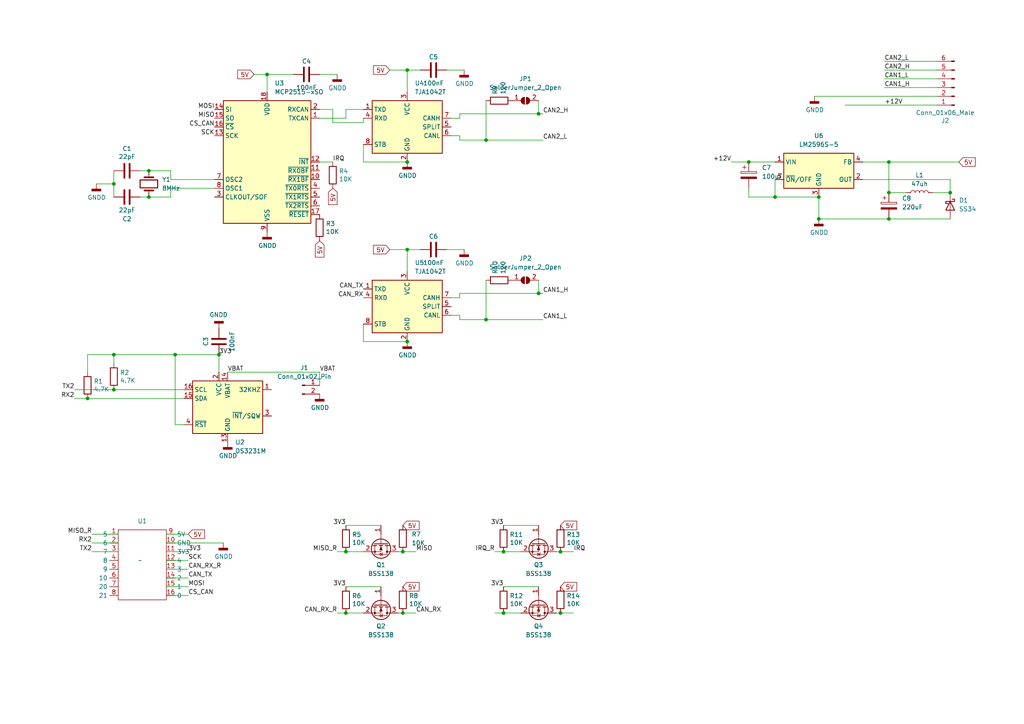
<source format=kicad_sch>
(kicad_sch (version 20230121) (generator eeschema)
  (paper "A4")
  (title_block (title "PSA CAN Bridge") (rev "1.4"))
  (lib_symbols
    (symbol "Connector:Conn_01x02_Pin" (pin_names (offset 1.016) hide)
      (property "Reference" "J" (at 0 2.54 0))
      (property "Value" "Conn_01x02_Pin" (at 0 -5.08 0))
      (symbol "Conn_01x02_Pin_1_1"
        (polyline (pts (xy 1.27 -2.54) (xy 0.8636 -2.54)) (stroke (width 0.1524)))
        (polyline (pts (xy 1.27 0) (xy 0.8636 0)) (stroke (width 0.1524)))
        (rectangle (start 0.8636 -2.413) (end 0 -2.667) (stroke (width 0.1524)) (fill (type outline)))
        (rectangle (start 0.8636 0.127) (end 0 -0.127) (stroke (width 0.1524)) (fill (type outline)))
        (pin passive line (at 5.08 0 180) (length 3.81) (name "Pin_1") (number "1"))
        (pin passive line (at 5.08 -2.54 180) (length 3.81) (name "Pin_2") (number "2"))
      )
    )
    (symbol "Device:C" (pin_numbers hide) (pin_names (offset 0.254))
      (property "Reference" "C" (at 0.635 2.54 0))
      (property "Value" "C" (at 0.635 -2.54 0))
      (symbol "C_0_1"
        (polyline (pts (xy -2.032 -0.762) (xy 2.032 -0.762)) (stroke (width 0.508)))
        (polyline (pts (xy -2.032 0.762) (xy 2.032 0.762)) (stroke (width 0.508)))
      )
      (symbol "C_1_1"
        (pin passive line (at 0 3.81 270) (length 2.794) (name "~") (number "1"))
        (pin passive line (at 0 -3.81 90) (length 2.794) (name "~") (number "2"))
      )
    )
    (symbol "Device:C_Polarized" (pin_numbers hide) (pin_names (offset 0.254))
      (property "Reference" "C" (at 0.635 2.54 0))
      (property "Value" "C_Polarized" (at 0.635 -2.54 0))
      (symbol "C_Polarized_0_1"
        (rectangle (start -2.286 0.508) (end 2.286 1.016))
        (polyline (pts (xy -1.778 2.286) (xy -0.762 2.286)))
        (polyline (pts (xy -1.27 2.794) (xy -1.27 1.778)))
        (rectangle (start 2.286 -0.508) (end -2.286 -1.016) (fill (type outline)))
      )
      (symbol "C_Polarized_1_1"
        (pin passive line (at 0 3.81 270) (length 2.794) (name "~") (number "1"))
        (pin passive line (at 0 -3.81 90) (length 2.794) (name "~") (number "2"))
      )
    )
    (symbol "Device:Crystal" (pin_numbers hide) (pin_names (offset 1.016) hide)
      (property "Reference" "Y" (at 0 3.81 0))
      (property "Value" "Crystal" (at 0 -3.81 0))
      (symbol "Crystal_0_1"
        (rectangle (start -1.143 2.54) (end 1.143 -2.54) (stroke (width 0.3048)))
        (polyline (pts (xy -2.54 0) (xy -1.905 0)))
        (polyline (pts (xy -1.905 -1.27) (xy -1.905 1.27)) (stroke (width 0.508)))
        (polyline (pts (xy 1.905 -1.27) (xy 1.905 1.27)) (stroke (width 0.508)))
        (polyline (pts (xy 2.54 0) (xy 1.905 0)))
      )
      (symbol "Crystal_1_1"
        (pin passive line (at -3.81 0 0) (length 1.27) (name "1") (number "1"))
        (pin passive line (at 3.81 0 180) (length 1.27) (name "2") (number "2"))
      )
    )
    (symbol "Device:L" (pin_numbers hide) (pin_names (offset 1.016) hide)
      (property "Reference" "L" (at -1.27 0 90))
      (property "Value" "L" (at 1.905 0 90))
      (symbol "L_0_1"
        (arc (start 0 -2.54) (mid 0.6323 -1.905) (end 0 -1.27))
        (arc (start 0 -1.27) (mid 0.6323 -0.635) (end 0 0))
        (arc (start 0 0) (mid 0.6323 0.635) (end 0 1.27))
        (arc (start 0 1.27) (mid 0.6323 1.905) (end 0 2.54))
      )
      (symbol "L_1_1"
        (pin passive line (at 0 3.81 270) (length 1.27) (name "1") (number "1"))
        (pin passive line (at 0 -3.81 90) (length 1.27) (name "2") (number "2"))
      )
    )
    (symbol "Device:R" (pin_numbers hide) (pin_names (offset 0))
      (property "Reference" "R" (at 2.032 0 90))
      (property "Value" "R" (at 0 0 90))
      (symbol "R_0_1"
        (rectangle (start -1.016 -2.54) (end 1.016 2.54) (stroke (width 0.254)))
      )
      (symbol "R_1_1"
        (pin passive line (at 0 3.81 270) (length 1.27) (name "~") (number "1"))
        (pin passive line (at 0 -3.81 90) (length 1.27) (name "~") (number "2"))
      )
    )
    (symbol "Diode:B140-E3" (pin_numbers hide) (pin_names hide)
      (property "Reference" "D" (at 0 2.54 0))
      (property "Value" "B140-E3" (at 0 -2.54 0))
      (symbol "B140-E3_0_1"
        (polyline (pts (xy 1.27 0) (xy -1.27 0)))
        (polyline (pts (xy 1.27 1.27) (xy 1.27 -1.27) (xy -1.27 0) (xy 1.27 1.27)) (stroke (width 0.254)))
        (polyline (pts (xy -1.905 0.635) (xy -1.905 1.27) (xy -1.27 1.27) (xy -1.27 -1.27) (xy -0.635 -1.27) (xy -0.635 -0.635)) (stroke (width 0.254)))
      )
      (symbol "B140-E3_1_1"
        (pin passive line (at -3.81 0 0) (length 2.54) (name "K") (number "1"))
        (pin passive line (at 3.81 0 180) (length 2.54) (name "A") (number "2"))
      )
    )
    (symbol "ESP32_c3_supermini_shield:ESP32_C3"
      (property "Reference" "U" (at 0 0 0))
      (symbol "ESP32_C3_0_1"
        (rectangle (start -6.35 8.89) (end 7.62 -11.43))
      )
      (symbol "ESP32_C3_1_1"
        (pin input line (at -6.35 7.62 180) (length 2.54) (name "5") (number "1"))
        (pin input line (at 7.62 5.08 0) (length 2.54) (name "GND") (number "10"))
        (pin input line (at 7.62 2.54 0) (length 2.54) (name "3V3") (number "11"))
        (pin input line (at 7.62 0 0) (length 2.54) (name "4") (number "12"))
        (pin input line (at 7.62 -2.54 0) (length 2.54) (name "3") (number "13"))
        (pin input line (at 7.62 -5.08 0) (length 2.54) (name "2") (number "14"))
        (pin input line (at 7.62 -7.62 0) (length 2.54) (name "1") (number "15"))
        (pin input line (at 7.62 -10.16 0) (length 2.54) (name "0") (number "16"))
        (pin input line (at -6.35 5.08 180) (length 2.54) (name "6") (number "2"))
        (pin input line (at -6.35 2.54 180) (length 2.54) (name "7") (number "3"))
        (pin input line (at -6.35 0 180) (length 2.54) (name "8") (number "4"))
        (pin input line (at -6.35 -2.54 180) (length 2.54) (name "9") (number "5"))
        (pin input line (at -6.35 -5.08 180) (length 2.54) (name "10") (number "6"))
        (pin input line (at -6.35 -7.62 180) (length 2.54) (name "20") (number "7"))
        (pin input line (at -6.35 -10.16 180) (length 2.54) (name "21") (number "8"))
        (pin input line (at 7.62 7.62 0) (length 2.54) (name "5V") (number "9"))
      )
    )
    (symbol "Interface_CAN_LIN:MCP2515-xSO"
      (property "Reference" "U" (at -10.16 19.685 0))
      (property "Value" "MCP2515-xSO" (at 19.05 20.32 0))
      (symbol "MCP2515-xSO_0_1"
        (rectangle (start -12.7 17.78) (end 12.7 -17.78) (stroke (width 0.254)) (fill (type background)))
      )
      (symbol "MCP2515-xSO_1_1"
        (pin output line (at 15.24 12.7 180) (length 2.54) (name "TXCAN") (number "1"))
        (pin output line (at 15.24 -5.08 180) (length 2.54) (name "~{RX1BF}") (number "10"))
        (pin output line (at 15.24 -2.54 180) (length 2.54) (name "~{RX0BF}") (number "11"))
        (pin output line (at 15.24 0 180) (length 2.54) (name "~{INT}") (number "12"))
        (pin input line (at -15.24 7.62 0) (length 2.54) (name "SCK") (number "13"))
        (pin input line (at -15.24 15.24 0) (length 2.54) (name "SI") (number "14"))
        (pin output line (at -15.24 12.7 0) (length 2.54) (name "SO") (number "15"))
        (pin input line (at -15.24 10.16 0) (length 2.54) (name "~{CS}") (number "16"))
        (pin input line (at 15.24 -15.24 180) (length 2.54) (name "~{RESET}") (number "17"))
        (pin power_in line (at 0 20.32 270) (length 2.54) (name "VDD") (number "18"))
        (pin input line (at 15.24 15.24 180) (length 2.54) (name "RXCAN") (number "2"))
        (pin output line (at -15.24 -10.16 0) (length 2.54) (name "CLKOUT/SOF") (number "3"))
        (pin input line (at 15.24 -7.62 180) (length 2.54) (name "~{TX0RTS}") (number "4"))
        (pin input line (at 15.24 -10.16 180) (length 2.54) (name "~{TX1RTS}") (number "5"))
        (pin input line (at 15.24 -12.7 180) (length 2.54) (name "~{TX2RTS}") (number "6"))
        (pin output line (at -15.24 -5.08 0) (length 2.54) (name "OSC2") (number "7"))
        (pin input line (at -15.24 -7.62 0) (length 2.54) (name "OSC1") (number "8"))
        (pin power_in line (at 0 -20.32 90) (length 2.54) (name "VSS") (number "9"))
      )
    )
    (symbol "Interface_CAN_LIN:TJA1042T"
      (property "Reference" "U" (at -10.16 8.89 0))
      (property "Value" "TJA1042T" (at 1.27 8.89 0))
      (symbol "TJA1042T_0_1"
        (rectangle (start -10.16 7.62) (end 10.16 -7.62) (stroke (width 0.254)) (fill (type background)))
      )
      (symbol "TJA1042T_1_1"
        (pin input line (at -12.7 5.08 0) (length 2.54) (name "TXD") (number "1"))
        (pin power_in line (at 0 -10.16 90) (length 2.54) (name "GND") (number "2"))
        (pin power_in line (at 0 10.16 270) (length 2.54) (name "VCC") (number "3"))
        (pin output line (at -12.7 2.54 0) (length 2.54) (name "RXD") (number "4"))
        (pin power_out line (at 12.7 0 180) (length 2.54) (name "SPLIT") (number "5"))
        (pin bidirectional line (at 12.7 -2.54 180) (length 2.54) (name "CANL") (number "6"))
        (pin bidirectional line (at 12.7 2.54 180) (length 2.54) (name "CANH") (number "7"))
        (pin input line (at -12.7 -5.08 0) (length 2.54) (name "STB") (number "8"))
      )
    )
    (symbol "Jumper:SolderJumper_2_Open" (pin_names (offset 0) hide)
      (property "Reference" "JP" (at 0 2.032 0))
      (property "Value" "SolderJumper_2_Open" (at 0 -2.54 0))
      (symbol "SolderJumper_2_Open_0_1"
        (arc (start -0.254 1.016) (mid -1.2656 0) (end -0.254 -1.016))
        (arc (start -0.254 1.016) (mid -1.2656 0) (end -0.254 -1.016) (fill (type outline)))
        (polyline (pts (xy -0.254 1.016) (xy -0.254 -1.016)))
        (polyline (pts (xy 0.254 1.016) (xy 0.254 -1.016)))
        (arc (start 0.254 -1.016) (mid 1.2656 0) (end 0.254 1.016))
        (arc (start 0.254 -1.016) (mid 1.2656 0) (end 0.254 1.016) (fill (type outline)))
      )
      (symbol "SolderJumper_2_Open_1_1"
        (pin passive line (at -3.81 0 0) (length 2.54) (name "A") (number "1"))
        (pin passive line (at 3.81 0 180) (length 2.54) (name "B") (number "2"))
      )
    )
    (symbol "PSACANBridgeHW_v11-rescue:Conn_01x06_Male-Connector" (pin_names (offset 1.016) hide)
      (property "Reference" "J" (at 0 7.62 0))
      (property "Value" "Connector_Conn_01x06_Male" (at 0 -10.16 0))
      (symbol "Conn_01x06_Male-Connector_1_1"
        (polyline (pts (xy 1.27 -7.62) (xy 0.8636 -7.62)) (stroke (width 0.1524)))
        (polyline (pts (xy 1.27 -5.08) (xy 0.8636 -5.08)) (stroke (width 0.1524)))
        (polyline (pts (xy 1.27 -2.54) (xy 0.8636 -2.54)) (stroke (width 0.1524)))
        (polyline (pts (xy 1.27 0) (xy 0.8636 0)) (stroke (width 0.1524)))
        (polyline (pts (xy 1.27 2.54) (xy 0.8636 2.54)) (stroke (width 0.1524)))
        (polyline (pts (xy 1.27 5.08) (xy 0.8636 5.08)) (stroke (width 0.1524)))
        (rectangle (start 0.8636 -7.493) (end 0 -7.747) (stroke (width 0.1524)) (fill (type outline)))
        (rectangle (start 0.8636 -4.953) (end 0 -5.207) (stroke (width 0.1524)) (fill (type outline)))
        (rectangle (start 0.8636 -2.413) (end 0 -2.667) (stroke (width 0.1524)) (fill (type outline)))
        (rectangle (start 0.8636 0.127) (end 0 -0.127) (stroke (width 0.1524)) (fill (type outline)))
        (rectangle (start 0.8636 2.667) (end 0 2.413) (stroke (width 0.1524)) (fill (type outline)))
        (rectangle (start 0.8636 5.207) (end 0 4.953) (stroke (width 0.1524)) (fill (type outline)))
        (pin passive line (at 5.08 5.08 180) (length 3.81) (name "Pin_1") (number "1"))
        (pin passive line (at 5.08 2.54 180) (length 3.81) (name "Pin_2") (number "2"))
        (pin passive line (at 5.08 0 180) (length 3.81) (name "Pin_3") (number "3"))
        (pin passive line (at 5.08 -2.54 180) (length 3.81) (name "Pin_4") (number "4"))
        (pin passive line (at 5.08 -5.08 180) (length 3.81) (name "Pin_5") (number "5"))
        (pin passive line (at 5.08 -7.62 180) (length 3.81) (name "Pin_6") (number "6"))
      )
    )
    (symbol "Regulator_Switching:LM2596S-5"
      (property "Reference" "U" (at -10.16 6.35 0))
      (property "Value" "LM2596S-5" (at 0 6.35 0))
      (symbol "LM2596S-5_0_1"
        (rectangle (start -10.16 5.08) (end 10.16 -5.08) (stroke (width 0.254)) (fill (type background)))
      )
      (symbol "LM2596S-5_1_1"
        (pin power_in line (at -12.7 2.54 0) (length 2.54) (name "VIN") (number "1"))
        (pin output line (at 12.7 -2.54 180) (length 2.54) (name "OUT") (number "2"))
        (pin power_in line (at 0 -7.62 90) (length 2.54) (name "GND") (number "3"))
        (pin input line (at 12.7 2.54 180) (length 2.54) (name "FB") (number "4"))
        (pin input line (at -12.7 -2.54 0) (length 2.54) (name "~{ON}/OFF") (number "5"))
      )
    )
    (symbol "Timer_RTC:DS3231M"
      (property "Reference" "U" (at -7.62 8.89 0))
      (property "Value" "DS3231M" (at 10.16 8.89 0))
      (symbol "DS3231M_0_1"
        (rectangle (start -10.16 7.62) (end 10.16 -7.62) (stroke (width 0.254)) (fill (type background)))
      )
      (symbol "DS3231M_1_1"
        (pin open_collector line (at 12.7 5.08 180) (length 2.54) (name "32KHZ") (number "1"))
        (pin passive line (at 0 -10.16 90) (length 2.54) hide (name "GND") (number "10"))
        (pin passive line (at 0 -10.16 90) (length 2.54) hide (name "GND") (number "11"))
        (pin passive line (at 0 -10.16 90) (length 2.54) hide (name "GND") (number "12"))
        (pin power_in line (at 0 -10.16 90) (length 2.54) (name "GND") (number "13"))
        (pin power_in line (at 0 10.16 270) (length 2.54) (name "VBAT") (number "14"))
        (pin bidirectional line (at -12.7 2.54 0) (length 2.54) (name "SDA") (number "15"))
        (pin input line (at -12.7 5.08 0) (length 2.54) (name "SCL") (number "16"))
        (pin power_in line (at -2.54 10.16 270) (length 2.54) (name "VCC") (number "2"))
        (pin open_collector line (at 12.7 -2.54 180) (length 2.54) (name "~{INT}/SQW") (number "3"))
        (pin bidirectional line (at -12.7 -5.08 0) (length 2.54) (name "~{RST}") (number "4"))
        (pin passive line (at 0 -10.16 90) (length 2.54) hide (name "GND") (number "5"))
        (pin passive line (at 0 -10.16 90) (length 2.54) hide (name "GND") (number "6"))
        (pin passive line (at 0 -10.16 90) (length 2.54) hide (name "GND") (number "7"))
        (pin passive line (at 0 -10.16 90) (length 2.54) hide (name "GND") (number "8"))
        (pin passive line (at 0 -10.16 90) (length 2.54) hide (name "GND") (number "9"))
      )
    )
    (symbol "Transistor_FET:BSS138" (pin_names hide)
      (property "Reference" "Q" (at 5.08 1.905 0))
      (property "Value" "BSS138" (at 5.08 0 0))
      (symbol "BSS138_0_1"
        (polyline (pts (xy 0.254 0) (xy -2.54 0)))
        (polyline (pts (xy 0.254 1.905) (xy 0.254 -1.905)) (stroke (width 0.254)))
        (polyline (pts (xy 0.762 -1.27) (xy 0.762 -2.286)) (stroke (width 0.254)))
        (polyline (pts (xy 0.762 0.508) (xy 0.762 -0.508)) (stroke (width 0.254)))
        (polyline (pts (xy 0.762 2.286) (xy 0.762 1.27)) (stroke (width 0.254)))
        (polyline (pts (xy 2.54 2.54) (xy 2.54 1.778)))
        (polyline (pts (xy 2.54 -2.54) (xy 2.54 0) (xy 0.762 0)))
        (polyline (pts (xy 0.762 -1.778) (xy 3.302 -1.778) (xy 3.302 1.778) (xy 0.762 1.778)))
        (polyline (pts (xy 1.016 0) (xy 2.032 0.381) (xy 2.032 -0.381) (xy 1.016 0)) (fill (type outline)))
        (polyline (pts (xy 2.794 0.508) (xy 2.921 0.381) (xy 3.683 0.381) (xy 3.81 0.254)))
        (polyline (pts (xy 3.302 0.381) (xy 2.921 -0.254) (xy 3.683 -0.254) (xy 3.302 0.381)))
        (circle (center 1.651 0) (radius 2.794) (stroke (width 0.254)))
        (circle (center 2.54 -1.778) (radius 0.254) (fill (type outline)))
        (circle (center 2.54 1.778) (radius 0.254) (fill (type outline)))
      )
      (symbol "BSS138_1_1"
        (pin input line (at -5.08 0 0) (length 2.54) (name "G") (number "1"))
        (pin passive line (at 2.54 -5.08 90) (length 2.54) (name "S") (number "2"))
        (pin passive line (at 2.54 5.08 270) (length 2.54) (name "D") (number "3"))
      )
    )
    (symbol "power:GNDD" (power) (pin_names (offset 0))
      (property "Value" "GNDD" (at 0 -3.175 0))
      (symbol "GNDD_0_1"
        (rectangle (start -1.27 -1.524) (end 1.27 -2.032) (stroke (width 0.254)) (fill (type outline)))
        (polyline (pts (xy 0 0) (xy 0 -1.524)))
      )
      (symbol "GNDD_1_1"
        (pin power_in line (at 0 0 270) (length 0) hide (name "GNDD") (number "1"))
      )
    )
  )
  (junction (at 237.49 63.5))
  (junction (at 43.18 49.53))
  (junction (at 140.97 92.71))
  (junction (at 100.33 160.02))
  (junction (at 257.81 63.5))
  (junction (at 156.21 33.02))
  (junction (at 118.11 72.39))
  (junction (at 118.11 46.99))
  (junction (at 217.17 46.99))
  (junction (at 116.84 160.02))
  (junction (at 140.97 40.64))
  (junction (at 77.47 21.59))
  (junction (at 118.11 99.06))
  (junction (at 43.18 57.15))
  (junction (at 50.8 102.87))
  (junction (at 156.21 85.09))
  (junction (at 116.84 177.8))
  (junction (at 146.05 177.8))
  (junction (at 257.81 46.99))
  (junction (at 275.59 55.88))
  (junction (at 118.11 20.32))
  (junction (at 146.05 160.02))
  (junction (at 100.33 177.8))
  (junction (at 63.5 102.87))
  (junction (at 33.02 102.87))
  (junction (at 224.79 57.15))
  (junction (at 162.56 177.8))
  (junction (at 33.02 53.34))
  (junction (at 237.49 57.15))
  (junction (at 162.56 160.02))
  (junction (at 33.02 113.03))
  (junction (at 25.4 115.57))
  (junction (at 257.81 55.88))
  (wire (pts (xy 25.4 102.87) (xy 33.02 102.87)))
  (wire (pts (xy 212.09 46.99) (xy 217.17 46.99)))
  (wire (pts (xy 77.47 21.59) (xy 85.09 21.59)))
  (wire (pts (xy 43.18 49.53) (xy 49.53 49.53)))
  (wire (pts (xy 40.64 57.15) (xy 43.18 57.15)))
  (wire (pts (xy 25.4 107.95) (xy 25.4 102.87)))
  (wire (pts (xy 48.26 157.48) (xy 64.77 157.48)))
  (wire (pts (xy 48.26 170.18) (xy 54.61 170.18)))
  (wire (pts (xy 96.52 31.75) (xy 96.52 35.56)))
  (wire (pts (xy 97.79 160.02) (xy 100.33 160.02)))
  (wire (pts (xy 224.79 52.07) (xy 224.79 57.15)))
  (wire (pts (xy 48.26 167.64) (xy 54.61 167.64)))
  (wire (pts (xy 130.81 86.36) (xy 133.35 86.36)))
  (wire (pts (xy 53.34 123.19) (xy 50.8 123.19)))
  (wire (pts (xy 92.71 21.59) (xy 97.79 21.59)))
  (wire (pts (xy 49.53 49.53) (xy 49.53 52.07)))
  (wire (pts (xy 250.19 52.07) (xy 275.59 52.07)))
  (wire (pts (xy 40.64 49.53) (xy 43.18 49.53)))
  (wire (pts (xy 130.81 34.29) (xy 133.35 34.29)))
  (wire (pts (xy 100.33 170.18) (xy 110.49 170.18)))
  (wire (pts (xy 140.97 81.28) (xy 140.97 92.71)))
  (wire (pts (xy 140.97 29.21) (xy 140.97 40.64)))
  (wire (pts (xy 26.67 154.94) (xy 34.29 154.94)))
  (wire (pts (xy 92.71 111.76) (xy 92.71 107.95)))
  (wire (pts (xy 33.02 102.87) (xy 33.02 105.41)))
  (wire (pts (xy 115.57 177.8) (xy 116.84 177.8)))
  (wire (pts (xy 49.53 54.61) (xy 49.53 57.15)))
  (wire (pts (xy 118.11 20.32) (xy 121.92 20.32)))
  (wire (pts (xy 21.59 115.57) (xy 25.4 115.57)))
  (wire (pts (xy 50.8 123.19) (xy 50.8 102.87)))
  (wire (pts (xy 130.81 91.44) (xy 133.35 91.44)))
  (wire (pts (xy 224.79 57.15) (xy 217.17 57.15)))
  (wire (pts (xy 151.13 177.8) (xy 146.05 177.8)))
  (wire (pts (xy 92.71 46.99) (xy 96.52 46.99)))
  (wire (pts (xy 140.97 92.71) (xy 157.48 92.71)))
  (wire (pts (xy 133.35 92.71) (xy 140.97 92.71)))
  (wire (pts (xy 100.33 152.4) (xy 110.49 152.4)))
  (wire (pts (xy 270.51 55.88) (xy 275.59 55.88)))
  (wire (pts (xy 256.54 25.4) (xy 271.78 25.4)))
  (wire (pts (xy 146.05 152.4) (xy 156.21 152.4)))
  (wire (pts (xy 100.33 34.29) (xy 100.33 31.75)))
  (wire (pts (xy 33.02 53.34) (xy 33.02 57.15)))
  (wire (pts (xy 27.94 53.34) (xy 33.02 53.34)))
  (wire (pts (xy 105.41 177.8) (xy 100.33 177.8)))
  (wire (pts (xy 217.17 46.99) (xy 224.79 46.99)))
  (wire (pts (xy 133.35 39.37) (xy 133.35 40.64)))
  (wire (pts (xy 113.03 72.39) (xy 118.11 72.39)))
  (wire (pts (xy 49.53 52.07) (xy 62.23 52.07)))
  (wire (pts (xy 133.35 85.09) (xy 156.21 85.09)))
  (wire (pts (xy 140.97 40.64) (xy 157.48 40.64)))
  (wire (pts (xy 256.54 20.32) (xy 271.78 20.32)))
  (wire (pts (xy 48.26 172.72) (xy 54.61 172.72)))
  (wire (pts (xy 161.29 160.02) (xy 162.56 160.02)))
  (wire (pts (xy 133.35 34.29) (xy 133.35 33.02)))
  (wire (pts (xy 100.33 31.75) (xy 105.41 31.75)))
  (wire (pts (xy 143.51 160.02) (xy 146.05 160.02)))
  (wire (pts (xy 129.54 72.39) (xy 134.62 72.39)))
  (wire (pts (xy 156.21 29.21) (xy 156.21 33.02)))
  (wire (pts (xy 156.21 85.09) (xy 157.48 85.09)))
  (wire (pts (xy 105.41 99.06) (xy 105.41 93.98)))
  (wire (pts (xy 97.79 177.8) (xy 100.33 177.8)))
  (wire (pts (xy 77.47 21.59) (xy 77.47 26.67)))
  (wire (pts (xy 257.81 55.88) (xy 262.89 55.88)))
  (wire (pts (xy 250.19 46.99) (xy 257.81 46.99)))
  (wire (pts (xy 115.57 160.02) (xy 116.84 160.02)))
  (wire (pts (xy 73.66 21.59) (xy 77.47 21.59)))
  (wire (pts (xy 48.26 165.1) (xy 54.61 165.1)))
  (wire (pts (xy 116.84 160.02) (xy 120.65 160.02)))
  (wire (pts (xy 105.41 46.99) (xy 105.41 41.91)))
  (wire (pts (xy 156.21 81.28) (xy 156.21 85.09)))
  (wire (pts (xy 92.71 31.75) (xy 96.52 31.75)))
  (wire (pts (xy 146.05 170.18) (xy 156.21 170.18)))
  (wire (pts (xy 162.56 177.8) (xy 166.37 177.8)))
  (wire (pts (xy 257.81 63.5) (xy 275.59 63.5)))
  (wire (pts (xy 118.11 99.06) (xy 105.41 99.06)))
  (wire (pts (xy 237.49 57.15) (xy 224.79 57.15)))
  (wire (pts (xy 217.17 57.15) (xy 217.17 54.61)))
  (wire (pts (xy 133.35 91.44) (xy 133.35 92.71)))
  (wire (pts (xy 257.81 46.99) (xy 278.13 46.99)))
  (wire (pts (xy 21.59 113.03) (xy 33.02 113.03)))
  (wire (pts (xy 130.81 39.37) (xy 133.35 39.37)))
  (wire (pts (xy 48.26 154.94) (xy 54.61 154.94)))
  (wire (pts (xy 116.84 177.8) (xy 120.65 177.8)))
  (wire (pts (xy 133.35 40.64) (xy 140.97 40.64)))
  (wire (pts (xy 256.54 22.86) (xy 271.78 22.86)))
  (wire (pts (xy 257.81 55.88) (xy 257.81 46.99)))
  (wire (pts (xy 161.29 177.8) (xy 162.56 177.8)))
  (wire (pts (xy 162.56 160.02) (xy 166.37 160.02)))
  (wire (pts (xy 25.4 115.57) (xy 53.34 115.57)))
  (wire (pts (xy 105.41 35.56) (xy 105.41 34.29)))
  (wire (pts (xy 63.5 102.87) (xy 63.5 107.95)))
  (wire (pts (xy 105.41 160.02) (xy 100.33 160.02)))
  (wire (pts (xy 33.02 113.03) (xy 53.34 113.03)))
  (wire (pts (xy 33.02 49.53) (xy 33.02 53.34)))
  (wire (pts (xy 26.67 160.02) (xy 34.29 160.02)))
  (wire (pts (xy 237.49 63.5) (xy 257.81 63.5)))
  (wire (pts (xy 118.11 20.32) (xy 118.11 26.67)))
  (wire (pts (xy 245.11 30.48) (xy 271.78 30.48)))
  (wire (pts (xy 50.8 102.87) (xy 63.5 102.87)))
  (wire (pts (xy 129.54 20.32) (xy 134.62 20.32)))
  (wire (pts (xy 133.35 33.02) (xy 156.21 33.02)))
  (wire (pts (xy 118.11 72.39) (xy 121.92 72.39)))
  (wire (pts (xy 236.22 27.94) (xy 271.78 27.94)))
  (wire (pts (xy 237.49 57.15) (xy 237.49 63.5)))
  (wire (pts (xy 275.59 52.07) (xy 275.59 55.88)))
  (wire (pts (xy 43.18 57.15) (xy 49.53 57.15)))
  (wire (pts (xy 48.26 160.02) (xy 54.61 160.02)))
  (wire (pts (xy 49.53 54.61) (xy 62.23 54.61)))
  (wire (pts (xy 92.71 107.95) (xy 66.04 107.95)))
  (wire (pts (xy 156.21 33.02) (xy 157.48 33.02)))
  (wire (pts (xy 151.13 160.02) (xy 146.05 160.02)))
  (wire (pts (xy 26.67 157.48) (xy 34.29 157.48)))
  (wire (pts (xy 256.54 17.78) (xy 271.78 17.78)))
  (wire (pts (xy 33.02 102.87) (xy 50.8 102.87)))
  (wire (pts (xy 118.11 46.99) (xy 105.41 46.99)))
  (wire (pts (xy 113.03 20.32) (xy 118.11 20.32)))
  (wire (pts (xy 133.35 86.36) (xy 133.35 85.09)))
  (wire (pts (xy 48.26 162.56) (xy 54.61 162.56)))
  (wire (pts (xy 143.51 177.8) (xy 146.05 177.8)))
  (wire (pts (xy 92.71 34.29) (xy 100.33 34.29)))
  (wire (pts (xy 96.52 35.56) (xy 105.41 35.56)))
  (wire (pts (xy 118.11 72.39) (xy 118.11 78.74)))
  (label "CAN_RX" (at 120.65 177.8 0))
  (label "3V3" (at 146.05 170.18 180))
  (label "MOSI" (at 54.61 170.18 0))
  (label "MISO_R" (at 26.67 154.94 180))
  (label "3V3" (at 146.05 152.4 180))
  (label "CAN_RX_R" (at 97.79 177.8 180))
  (label "CS_CAN" (at 54.61 172.72 0))
  (label "3V3" (at 100.33 170.18 180))
  (label "CAN2_L" (at 157.48 40.64 0))
  (label "MISO_R" (at 97.79 160.02 180))
  (label "3V3" (at 100.33 152.4 180))
  (label "TX2" (at 21.59 113.03 180))
  (label "MOSI" (at 62.23 31.75 180))
  (label "CAN1_L" (at 157.48 92.71 0))
  (label "RX2" (at 21.59 115.57 180))
  (label "CAN2_H" (at 157.48 33.02 0))
  (label "CAN2_H" (at 256.54 20.32 0))
  (label "IRQ" (at 166.37 160.02 0))
  (label "CAN2_L" (at 256.54 17.78 0))
  (label "3V3" (at 63.5 102.87 0))
  (label "+12V" (at 212.09 46.99 180))
  (label "CAN_RX" (at 105.41 86.36 180))
  (label "RX2" (at 26.67 157.48 180))
  (label "CAN1_L" (at 256.54 22.86 0))
  (label "CS_CAN" (at 62.23 36.83 180))
  (label "IRQ" (at 96.52 46.99 0))
  (label "3V3" (at 54.61 160.02 0))
  (label "CAN_RX_R" (at 54.61 165.1 0))
  (label "VBAT" (at 66.04 107.95 0))
  (label "MISO" (at 62.23 34.29 180))
  (label "MISO" (at 120.65 160.02 0))
  (label "IRQ_R" (at 143.51 160.02 180))
  (label "CAN1_H" (at 256.54 25.4 0))
  (label "TX2" (at 26.67 160.02 180))
  (label "SCK" (at 54.61 162.56 0))
  (label "CAN1_H" (at 157.48 85.09 0))
  (label "CAN_TX" (at 54.61 167.64 0))
  (label "+12V" (at 256.54 30.48 0))
  (label "CAN_TX" (at 105.41 83.82 180))
  (label "SCK" (at 62.23 39.37 180))
  (label "VBAT" (at 92.71 107.95 0))
  (global_label "5V" (shape input) (at 73.66 21.59 180) (property "Intersheetrefs" "${INTERSHEET_REFS}" (effects hide)))
  (global_label "5V" (shape input) (at 116.84 170.18 0) (property "Intersheetrefs" "${INTERSHEET_REFS}" (effects hide)))
  (global_label "5V" (shape input) (at 113.03 72.39 180) (property "Intersheetrefs" "${INTERSHEET_REFS}" (effects hide)))
  (global_label "5V" (shape input) (at 162.56 152.4 0) (property "Intersheetrefs" "${INTERSHEET_REFS}" (effects hide)))
  (global_label "5V" (shape input) (at 92.71 69.85 270) (property "Intersheetrefs" "${INTERSHEET_REFS}" (effects hide)))
  (global_label "5V" (shape input) (at 54.61 154.94 0) (property "Intersheetrefs" "${INTERSHEET_REFS}" (effects hide)))
  (global_label "5V" (shape input) (at 113.03 20.32 180) (property "Intersheetrefs" "${INTERSHEET_REFS}" (effects hide)))
  (global_label "5V" (shape input) (at 96.52 54.61 270) (property "Intersheetrefs" "${INTERSHEET_REFS}" (effects hide)))
  (global_label "5V" (shape input) (at 278.13 46.99 0) (property "Intersheetrefs" "${INTERSHEET_REFS}" (effects hide)))
  (global_label "5V" (shape input) (at 116.84 152.4 0) (property "Intersheetrefs" "${INTERSHEET_REFS}" (effects hide)))
  (global_label "5V" (shape input) (at 162.56 170.18 0) (property "Intersheetrefs" "${INTERSHEET_REFS}" (effects hide)))
  (symbol (lib_id "Device:C") (at 36.83 49.53 270) (unit 1)
    (property "Reference" "C1" (at 36.83 43.1292 90))
    (property "Value" "22pF" (at 36.83 45.4406 90))
    (property "Footprint" "Capacitor_SMD:C_0603_1608Metric_Pad1.08x0.95mm_HandSolder" (effects hide))
    (property "LCSC" "C1653" (effects hide))
  )
  (symbol (lib_id "Device:C") (at 36.83 57.15 270) (unit 1)
    (property "Reference" "C2" (at 36.83 63.5 90))
    (property "Value" "22pF" (at 36.83 60.96 90))
    (property "Footprint" "Capacitor_SMD:C_0603_1608Metric_Pad1.08x0.95mm_HandSolder" (effects hide))
    (property "LCSC" "C1653" (effects hide))
  )
  (symbol (lib_id "power:GNDD") (at 27.94 53.34 0) (unit 1)
    (property "Reference" "#PWR01" (effects hide))
    (property "Value" "GNDD" (at 28.0416 57.277 0))
  )
  (symbol (lib_id "power:GNDD") (at 77.47 67.31 0) (unit 1)
    (property "Reference" "#PWR05" (effects hide))
    (property "Value" "GNDD" (at 77.5716 71.247 0))
  )
  (symbol (lib_id "PSACANBridgeHW_v11-rescue:Conn_01x06_Male-Connector") (at 276.86 25.4 180) (unit 1)
    (property "Reference" "J2" (at 274.1676 35.0012 0))
    (property "Value" "Conn_01x06_Male" (at 274.1676 32.6898 0))
    (property "Footprint" "Connector_JST:JST_EH_S6B-EH_1x06_P2.50mm_Horizontal" (effects hide))
  )
  (symbol (lib_id "power:GNDD") (at 118.11 99.06 0) (unit 1)
    (property "Reference" "#PWR09" (effects hide))
    (property "Value" "GNDD" (at 118.2116 102.997 0))
  )
  (symbol (lib_id "power:GNDD") (at 236.22 27.94 0) (unit 1)
    (property "Reference" "#PWR012" (effects hide))
    (property "Value" "GNDD" (at 236.3216 31.877 0))
  )
  (symbol (lib_id "Device:R") (at 144.78 81.28 90) (unit 1)
    (property "Reference" "R10" (at 143.6116 79.502 0) (effects (justify left)))
    (property "Value" "120" (at 145.923 79.502 0) (effects (justify left)))
    (property "Footprint" "Resistor_SMD:R_0603_1608Metric_Pad0.98x0.95mm_HandSolder" (effects hide))
  )
  (symbol (lib_id "Device:C") (at 125.73 72.39 270) (unit 1)
    (property "Reference" "C6" (at 125.73 68.58 90))
    (property "Value" "100nF" (at 125.73 76.2 90))
    (property "Footprint" "Capacitor_SMD:C_0603_1608Metric_Pad1.08x0.95mm_HandSolder" (effects hide))
    (property "LCSC" "C14663" (effects hide))
  )
  (symbol (lib_id "power:GNDD") (at 134.62 72.39 0) (unit 1)
    (property "Reference" "#PWR011" (effects hide))
    (property "Value" "GNDD" (at 134.7216 76.327 0))
  )
  (symbol (lib_id "Device:R") (at 146.05 156.21 0) (unit 1)
    (property "Reference" "R11" (at 147.828 155.0416 0) (effects (justify left)))
    (property "Value" "10K" (at 147.828 157.353 0) (effects (justify left)))
    (property "Footprint" "Resistor_SMD:R_0603_1608Metric_Pad0.98x0.95mm_HandSolder" (effects hide))
    (property "LCSC" "C25804" (effects hide))
  )
  (symbol (lib_id "Device:R") (at 162.56 156.21 0) (unit 1)
    (property "Reference" "R13" (at 164.338 155.0416 0) (effects (justify left)))
    (property "Value" "10K" (at 164.338 157.353 0) (effects (justify left)))
    (property "Footprint" "Resistor_SMD:R_0603_1608Metric_Pad0.98x0.95mm_HandSolder" (effects hide))
    (property "LCSC" "C25804" (effects hide))
  )
  (symbol (lib_id "Device:R") (at 146.05 173.99 0) (unit 1)
    (property "Reference" "R12" (at 147.828 172.8216 0) (effects (justify left)))
    (property "Value" "10K" (at 147.828 175.133 0) (effects (justify left)))
    (property "Footprint" "Resistor_SMD:R_0603_1608Metric_Pad0.98x0.95mm_HandSolder" (effects hide))
    (property "LCSC" "C25804" (effects hide))
  )
  (symbol (lib_id "Device:R") (at 162.56 173.99 0) (unit 1)
    (property "Reference" "R14" (at 164.338 172.8216 0) (effects (justify left)))
    (property "Value" "10K" (at 164.338 175.133 0) (effects (justify left)))
    (property "Footprint" "Resistor_SMD:R_0603_1608Metric_Pad0.98x0.95mm_HandSolder" (effects hide))
    (property "LCSC" "C25804" (effects hide))
  )
  (symbol (lib_id "Device:R") (at 100.33 156.21 0) (unit 1)
    (property "Reference" "R5" (at 102.108 155.0416 0) (effects (justify left)))
    (property "Value" "10K" (at 102.108 157.353 0) (effects (justify left)))
    (property "Footprint" "Resistor_SMD:R_0603_1608Metric_Pad0.98x0.95mm_HandSolder" (effects hide))
    (property "LCSC" "C25804" (effects hide))
  )
  (symbol (lib_id "Device:R") (at 100.33 173.99 0) (unit 1)
    (property "Reference" "R6" (at 102.108 172.8216 0) (effects (justify left)))
    (property "Value" "10K" (at 102.108 175.133 0) (effects (justify left)))
    (property "Footprint" "Resistor_SMD:R_0603_1608Metric_Pad0.98x0.95mm_HandSolder" (effects hide))
    (property "LCSC" "C25804" (effects hide))
  )
  (symbol (lib_id "Device:R") (at 116.84 173.99 0) (unit 1)
    (property "Reference" "R8" (at 118.618 172.8216 0) (effects (justify left)))
    (property "Value" "10K" (at 118.618 175.133 0) (effects (justify left)))
    (property "Footprint" "Resistor_SMD:R_0603_1608Metric_Pad0.98x0.95mm_HandSolder" (effects hide))
    (property "LCSC" "C25804" (effects hide))
  )
  (symbol (lib_id "Device:C") (at 88.9 21.59 270) (unit 1)
    (property "Reference" "C4" (at 88.9 17.78 90))
    (property "Value" "100nF" (at 88.9 25.4 90))
    (property "Footprint" "Capacitor_SMD:C_0603_1608Metric_Pad1.08x0.95mm_HandSolder" (effects hide))
    (property "LCSC" "C14663" (effects hide))
  )
  (symbol (lib_id "power:GNDD") (at 97.79 21.59 0) (unit 1)
    (property "Reference" "#PWR07" (effects hide))
    (property "Value" "GNDD" (at 97.8916 25.527 0))
  )
  (symbol (lib_id "Device:R") (at 92.71 66.04 0) (unit 1)
    (property "Reference" "R3" (at 94.488 64.8716 0) (effects (justify left)))
    (property "Value" "10K" (at 94.488 67.183 0) (effects (justify left)))
    (property "Footprint" "Resistor_SMD:R_0603_1608Metric_Pad0.98x0.95mm_HandSolder" (effects hide))
    (property "LCSC" "C25804" (effects hide))
  )
  (symbol (lib_id "Device:R") (at 96.52 50.8 0) (unit 1)
    (property "Reference" "R4" (at 98.298 49.6316 0) (effects (justify left)))
    (property "Value" "10K" (at 98.298 51.943 0) (effects (justify left)))
    (property "Footprint" "Resistor_SMD:R_0603_1608Metric_Pad0.98x0.95mm_HandSolder" (effects hide))
    (property "LCSC" "C25804" (effects hide))
  )
  (symbol (lib_id "Regulator_Switching:LM2596S-5") (at 237.49 49.53 0) (unit 1)
    (property "Reference" "U6" (at 237.49 39.37 0))
    (property "Value" "LM2596S-5" (at 237.49 41.91 0))
    (property "Footprint" "Package_TO_SOT_SMD:TO-263-5_TabPin3" (effects hide))
    (property "Datasheet" "http://www.ti.com/lit/ds/symlink/lm2596.pdf" (effects hide))
    (property "LCSC" "C347421" (effects hide))
    (property "JLCPCB Rotation Offset" "180" (effects hide))
  )
  (symbol (lib_id "Timer_RTC:DS3231M") (at 66.04 118.11 0) (unit 1)
    (property "Reference" "U2" (at 68.2341 128.27 0) (effects (justify left)))
    (property "Value" "DS3231M" (at 68.2341 130.81 0) (effects (justify left)))
    (property "Footprint" "Package_SO:SOIC-16W_7.5x10.3mm_P1.27mm" (effects hide))
    (property "Datasheet" "http://datasheets.maximintegrated.com/en/ds/DS3231.pdf" (effects hide))
    (property "JLCPCB Rotation Offset" "-90" (effects hide))
  )
  (symbol (lib_id "Transistor_FET:BSS138") (at 110.49 175.26 270) (unit 1)
    (property "Reference" "Q2" (at 110.49 181.61 90))
    (property "Value" "BSS138" (at 110.49 184.15 90))
    (property "Footprint" "Package_TO_SOT_SMD:SOT-23" (effects hide))
    (property "Datasheet" "https://www.onsemi.com/pub/Collateral/BSS138-D.PDF" (effects hide))
    (property "LCSC" "C112239" (effects hide))
    (property "JLCPCB Rotation Offset" "180" (effects hide))
  )
  (symbol (lib_id "Transistor_FET:BSS138") (at 156.21 175.26 270) (unit 1)
    (property "Reference" "Q4" (at 156.21 181.61 90))
    (property "Value" "BSS138" (at 156.21 184.15 90))
    (property "Footprint" "Package_TO_SOT_SMD:SOT-23" (effects hide))
    (property "Datasheet" "https://www.onsemi.com/pub/Collateral/BSS138-D.PDF" (effects hide))
    (property "LCSC" "C112239" (effects hide))
    (property "JLCPCB Rotation Offset" "180" (effects hide))
  )
  (symbol (lib_id "power:GNDD") (at 63.5 95.25 180) (unit 1)
    (property "Reference" "#PWR02" (effects hide))
    (property "Value" "GNDD" (at 63.3984 91.313 0))
  )
  (symbol (lib_id "Device:C") (at 63.5 99.06 0) (unit 1)
    (property "Reference" "C3" (at 59.69 99.06 90))
    (property "Value" "100nF" (at 67.31 99.06 90))
    (property "Footprint" "Capacitor_SMD:C_0603_1608Metric_Pad1.08x0.95mm_HandSolder" (effects hide))
    (property "LCSC" "C14663" (effects hide))
  )
  (symbol (lib_id "Device:C_Polarized") (at 257.81 59.69 0) (unit 1)
    (property "Reference" "C8" (at 261.62 57.531 0) (effects (justify left)))
    (property "Value" "220uF" (at 261.62 60.071 0) (effects (justify left)))
    (property "Footprint" "Capacitor_THT:CP_Radial_D6.3mm_P2.50mm" (effects hide))
  )
  (symbol (lib_id "Interface_CAN_LIN:TJA1042T") (at 118.11 36.83 0) (unit 1)
    (property "Reference" "U4" (at 120.3041 24.13 0) (effects (justify left)))
    (property "Value" "TJA1042T" (at 120.3041 26.67 0) (effects (justify left)))
    (property "Footprint" "Package_SO:SOIC-8_3.9x4.9mm_P1.27mm" (effects hide))
    (property "Datasheet" "http://www.nxp.com/docs/en/data-sheet/TJA1042.pdf" (effects hide))
    (property "LCSC" "C6952" (effects hide))
    (property "Note" "LCSC: TJA1050T" (effects hide))
    (property "JLCPCB Rotation Offset" "-90" (effects hide))
  )
  (symbol (lib_id "Interface_CAN_LIN:TJA1042T") (at 118.11 88.9 0) (unit 1)
    (property "Reference" "U5" (at 120.3041 76.2 0) (effects (justify left)))
    (property "Value" "TJA1042T" (at 120.3041 78.74 0) (effects (justify left)))
    (property "Footprint" "Package_SO:SOIC-8_3.9x4.9mm_P1.27mm" (effects hide))
    (property "Datasheet" "http://www.nxp.com/docs/en/data-sheet/TJA1042.pdf" (effects hide))
    (property "LCSC" "C6952" (effects hide))
    (property "Note" "LCSC: TJA1050T" (effects hide))
    (property "JLCPCB Rotation Offset" "-90" (effects hide))
  )
  (symbol (lib_id "power:GNDD") (at 237.49 63.5 0) (unit 1)
    (property "Reference" "#PWR013" (effects hide))
    (property "Value" "GNDD" (at 237.5916 67.437 0))
  )
  (symbol (lib_id "Connector:Conn_01x02_Pin") (at 87.63 111.76 0) (unit 1)
    (property "Reference" "J1" (at 88.265 106.68 0))
    (property "Value" "Conn_01x02_Pin" (at 88.265 109.22 0))
    (property "Footprint" "DS3231_BatteryHolder:DS3231_BatteryHolder" (effects hide))
  )
  (symbol (lib_id "Device:R") (at 144.78 29.21 90) (unit 1)
    (property "Reference" "R9" (at 143.6116 27.432 0) (effects (justify left)))
    (property "Value" "120" (at 145.923 27.432 0) (effects (justify left)))
    (property "Footprint" "Resistor_SMD:R_0603_1608Metric_Pad0.98x0.95mm_HandSolder" (effects hide))
  )
  (symbol (lib_id "Device:C") (at 125.73 20.32 270) (unit 1)
    (property "Reference" "C5" (at 125.73 16.51 90))
    (property "Value" "100nF" (at 125.73 24.13 90))
    (property "Footprint" "Capacitor_SMD:C_0603_1608Metric_Pad1.08x0.95mm_HandSolder" (effects hide))
    (property "LCSC" "C14663" (effects hide))
  )
  (symbol (lib_id "power:GNDD") (at 118.11 46.99 0) (unit 1)
    (property "Reference" "#PWR08" (effects hide))
    (property "Value" "GNDD" (at 118.2116 50.927 0))
  )
  (symbol (lib_id "power:GNDD") (at 92.71 114.3 0) (unit 1)
    (property "Reference" "#PWR06" (effects hide))
    (property "Value" "GNDD" (at 92.8116 118.237 0))
  )
  (symbol (lib_id "Transistor_FET:BSS138") (at 110.49 157.48 270) (unit 1)
    (property "Reference" "Q1" (at 110.49 163.83 90))
    (property "Value" "BSS138" (at 110.49 166.37 90))
    (property "Footprint" "Package_TO_SOT_SMD:SOT-23" (effects hide))
    (property "Datasheet" "https://www.onsemi.com/pub/Collateral/BSS138-D.PDF" (effects hide))
    (property "LCSC" "C112239" (effects hide))
    (property "JLCPCB Rotation Offset" "180" (effects hide))
  )
  (symbol (lib_id "Device:R") (at 33.02 109.22 0) (unit 1)
    (property "Reference" "R2" (at 34.798 108.0516 0) (effects (justify left)))
    (property "Value" "4.7K" (at 34.798 110.363 0) (effects (justify left)))
    (property "Footprint" "Resistor_SMD:R_0603_1608Metric_Pad0.98x0.95mm_HandSolder" (effects hide))
    (property "LCSC" "C25999" (effects hide))
  )
  (symbol (lib_id "Transistor_FET:BSS138") (at 156.21 157.48 270) (unit 1)
    (property "Reference" "Q3" (at 156.21 163.83 90))
    (property "Value" "BSS138" (at 156.21 166.37 90))
    (property "Footprint" "Package_TO_SOT_SMD:SOT-23" (effects hide))
    (property "Datasheet" "https://www.onsemi.com/pub/Collateral/BSS138-D.PDF" (effects hide))
    (property "LCSC" "C112239" (effects hide))
    (property "JLCPCB Rotation Offset" "180" (effects hide))
  )
  (symbol (lib_id "Device:R") (at 25.4 111.76 0) (unit 1)
    (property "Reference" "R1" (at 27.178 110.5916 0) (effects (justify left)))
    (property "Value" "4.7K" (at 27.178 112.903 0) (effects (justify left)))
    (property "Footprint" "Resistor_SMD:R_0603_1608Metric_Pad0.98x0.95mm_HandSolder" (effects hide))
    (property "LCSC" "C25999" (effects hide))
  )
  (symbol (lib_id "Device:R") (at 116.84 156.21 0) (unit 1)
    (property "Reference" "R7" (at 119.38 154.94 0) (effects (justify left)))
    (property "Value" "10K" (at 119.38 157.48 0) (effects (justify left)))
    (property "Footprint" "Resistor_SMD:R_0603_1608Metric_Pad0.98x0.95mm_HandSolder" (effects hide))
    (property "LCSC" "C25804" (effects hide))
  )
  (symbol (lib_id "Jumper:SolderJumper_2_Open") (at 152.4 81.28 0) (unit 1)
    (property "Reference" "JP2" (at 152.4 74.93 0))
    (property "Value" "SolderJumper_2_Open" (at 152.4 77.47 0))
    (property "Footprint" "Jumper:SolderJumper-2_P1.3mm_Open_Pad1.0x1.5mm" (effects hide))
    (property "Comment" "For TJA1042 compatibility" (effects hide))
  )
  (symbol (lib_id "Device:L") (at 266.7 55.88 90) (unit 1)
    (property "Reference" "L1" (at 266.7 50.8 90))
    (property "Value" "47uh" (at 266.7 53.34 90))
    (property "Footprint" "Inductor_SMD:L_12x12mm_H8mm" (effects hide))
    (property "LCSC" "C167265" (effects hide))
    (property "Type" "CDRH127NP-470MC" (effects hide))
  )
  (symbol (lib_id "power:GNDD") (at 66.04 128.27 0) (unit 1)
    (property "Reference" "#PWR04" (effects hide))
    (property "Value" "GNDD" (at 66.1416 132.207 0))
  )
  (symbol (lib_id "Device:C_Polarized") (at 217.17 50.8 0) (unit 1)
    (property "Reference" "C7" (at 220.98 48.641 0) (effects (justify left)))
    (property "Value" "100uF" (at 220.98 51.181 0) (effects (justify left)))
    (property "Footprint" "Capacitor_THT:CP_Radial_D6.3mm_P2.50mm" (effects hide))
  )
  (symbol (lib_id "power:GNDD") (at 64.77 157.48 0) (unit 1)
    (property "Reference" "#PWR03" (effects hide))
    (property "Value" "GNDD" (at 64.8716 161.417 0))
  )
  (symbol (lib_id "Jumper:SolderJumper_2_Open") (at 152.4 29.21 0) (unit 1)
    (property "Reference" "JP1" (at 152.4 22.86 0))
    (property "Value" "SolderJumper_2_Open" (at 152.4 25.4 0))
    (property "Footprint" "Jumper:SolderJumper-2_P1.3mm_Open_Pad1.0x1.5mm" (effects hide))
    (property "Comment" "For TJA1042 compatibility" (effects hide))
  )
  (symbol (lib_id "power:GNDD") (at 134.62 20.32 0) (unit 1)
    (property "Reference" "#PWR010" (effects hide))
    (property "Value" "GNDD" (at 134.7216 24.257 0))
  )
  (symbol (lib_id "Interface_CAN_LIN:MCP2515-xSO") (at 77.47 46.99 0) (unit 1)
    (property "Reference" "U3" (at 79.6641 24.13 0) (effects (justify left)))
    (property "Value" "MCP2515-xSO" (at 79.6641 26.67 0) (effects (justify left)))
    (property "Footprint" "Package_SO:SOIC-18W_7.5x11.6mm_P1.27mm" (effects hide))
    (property "Datasheet" "http://ww1.microchip.com/downloads/en/DeviceDoc/21801e.pdf" (effects hide))
    (property "LCSC" "C12368" (effects hide))
    (property "JLCPCB Rotation Offset" "-90" (effects hide))
  )
  (symbol (lib_id "Diode:B140-E3") (at 275.59 59.69 270) (unit 1)
    (property "Reference" "D1" (at 278.13 58.1025 90) (effects (justify left)))
    (property "Value" "SS34" (at 278.13 60.6425 90) (effects (justify left)))
    (property "Footprint" "Diode_SMD:D_SMA" (effects hide))
    (property "Datasheet" "http://www.vishay.com/docs/88946/b120.pdf" (effects hide))
    (property "LCSC" "C7420365" (effects hide))
  )
  (symbol (lib_id "ESP32_c3_supermini_shield:ESP32_C3") (at 40.64 162.56 0) (unit 1)
    (property "Reference" "U1" (at 41.275 151.13 0))
    (property "Value" "~" (at 40.64 162.56 0))
    (property "Footprint" "PSACANBridgeHW_v13:ESP32_c3_supermini" (effects hide))
  )
  (symbol (lib_id "Device:Crystal") (at 43.18 53.34 90) (unit 1)
    (property "Reference" "Y1" (at 46.99 52.07 90) (effects (justify right)))
    (property "Value" "8MHz" (at 46.99 54.61 90) (effects (justify right)))
    (property "Footprint" "Crystal:Crystal_SMD_5032-2Pin_5.0x3.2mm" (effects hide))
    (property "LCSC" "C115962" (effects hide))
  )
)
</source>
